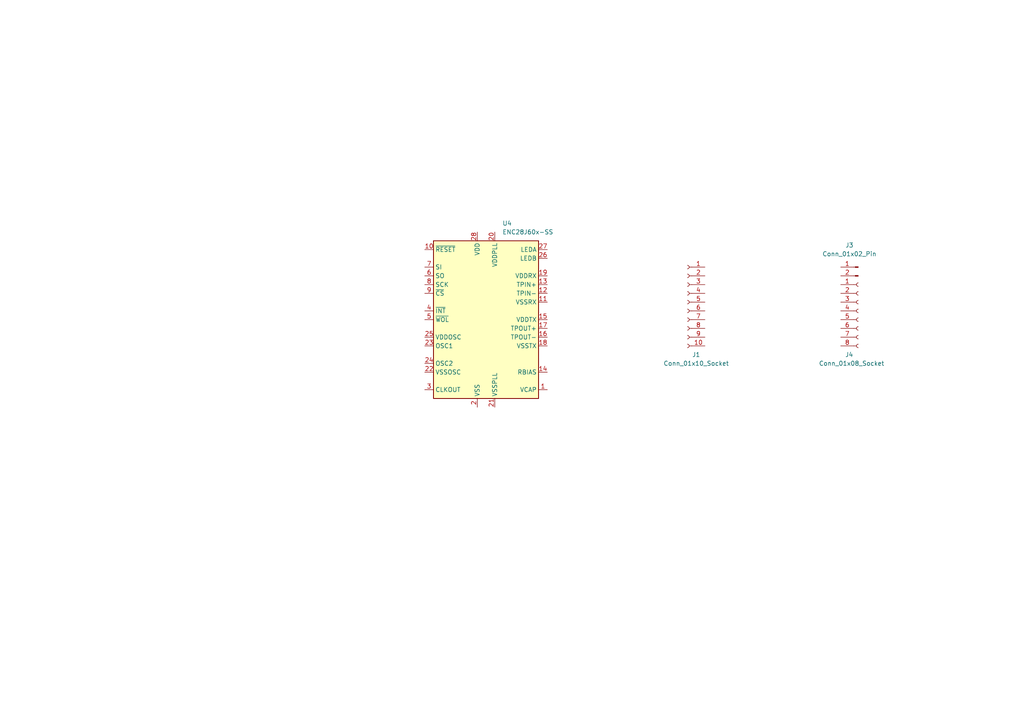
<source format=kicad_sch>
(kicad_sch (version 20230121) (generator eeschema)
  (paper "A4")
  (lib_symbols
    (symbol "Connector:Conn_01x02_Pin" (pin_names (offset 1.016) hide)
      (property "Reference" "J" (at 0 2.54 0))
      (property "Value" "Conn_01x02_Pin" (at 0 -5.08 0))
      (symbol "Conn_01x02_Pin_1_1"
        (polyline (pts (xy 1.27 -2.54) (xy 0.8636 -2.54)) (stroke (width 0.1524)))
        (polyline (pts (xy 1.27 0) (xy 0.8636 0)) (stroke (width 0.1524)))
        (rectangle (start 0.8636 -2.413) (end 0 -2.667) (stroke (width 0.1524)) (fill (type outline)))
        (rectangle (start 0.8636 0.127) (end 0 -0.127) (stroke (width 0.1524)) (fill (type outline)))
        (pin passive line (at 5.08 0 180) (length 3.81) (name "Pin_1") (number "1"))
        (pin passive line (at 5.08 -2.54 180) (length 3.81) (name "Pin_2") (number "2"))
      )
    )
    (symbol "Connector:Conn_01x08_Socket" (pin_names (offset 1.016) hide)
      (property "Reference" "J" (at 0 10.16 0))
      (property "Value" "Conn_01x08_Socket" (at 0 -12.7 0))
      (symbol "Conn_01x08_Socket_1_1"
        (arc (start 0 -9.652) (mid -0.5058 -10.16) (end 0 -10.668) (stroke (width 0.1524)))
        (arc (start 0 -7.112) (mid -0.5058 -7.62) (end 0 -8.128) (stroke (width 0.1524)))
        (arc (start 0 -4.572) (mid -0.5058 -5.08) (end 0 -5.588) (stroke (width 0.1524)))
        (arc (start 0 -2.032) (mid -0.5058 -2.54) (end 0 -3.048) (stroke (width 0.1524)))
        (polyline (pts (xy -1.27 -10.16) (xy -0.508 -10.16)) (stroke (width 0.1524)))
        (polyline (pts (xy -1.27 -7.62) (xy -0.508 -7.62)) (stroke (width 0.1524)))
        (polyline (pts (xy -1.27 -5.08) (xy -0.508 -5.08)) (stroke (width 0.1524)))
        (polyline (pts (xy -1.27 -2.54) (xy -0.508 -2.54)) (stroke (width 0.1524)))
        (polyline (pts (xy -1.27 0) (xy -0.508 0)) (stroke (width 0.1524)))
        (polyline (pts (xy -1.27 2.54) (xy -0.508 2.54)) (stroke (width 0.1524)))
        (polyline (pts (xy -1.27 5.08) (xy -0.508 5.08)) (stroke (width 0.1524)))
        (polyline (pts (xy -1.27 7.62) (xy -0.508 7.62)) (stroke (width 0.1524)))
        (arc (start 0 0.508) (mid -0.5058 0) (end 0 -0.508) (stroke (width 0.1524)))
        (arc (start 0 3.048) (mid -0.5058 2.54) (end 0 2.032) (stroke (width 0.1524)))
        (arc (start 0 5.588) (mid -0.5058 5.08) (end 0 4.572) (stroke (width 0.1524)))
        (arc (start 0 8.128) (mid -0.5058 7.62) (end 0 7.112) (stroke (width 0.1524)))
        (pin passive line (at -5.08 7.62 0) (length 3.81) (name "Pin_1") (number "1"))
        (pin passive line (at -5.08 5.08 0) (length 3.81) (name "Pin_2") (number "2"))
        (pin passive line (at -5.08 2.54 0) (length 3.81) (name "Pin_3") (number "3"))
        (pin passive line (at -5.08 0 0) (length 3.81) (name "Pin_4") (number "4"))
        (pin passive line (at -5.08 -2.54 0) (length 3.81) (name "Pin_5") (number "5"))
        (pin passive line (at -5.08 -5.08 0) (length 3.81) (name "Pin_6") (number "6"))
        (pin passive line (at -5.08 -7.62 0) (length 3.81) (name "Pin_7") (number "7"))
        (pin passive line (at -5.08 -10.16 0) (length 3.81) (name "Pin_8") (number "8"))
      )
    )
    (symbol "Connector:Conn_01x10_Socket" (pin_names (offset 1.016) hide)
      (property "Reference" "J" (at 0 12.7 0))
      (property "Value" "Conn_01x10_Socket" (at 0 -15.24 0))
      (symbol "Conn_01x10_Socket_1_1"
        (arc (start 0 -12.192) (mid -0.5058 -12.7) (end 0 -13.208) (stroke (width 0.1524)))
        (arc (start 0 -9.652) (mid -0.5058 -10.16) (end 0 -10.668) (stroke (width 0.1524)))
        (arc (start 0 -7.112) (mid -0.5058 -7.62) (end 0 -8.128) (stroke (width 0.1524)))
        (arc (start 0 -4.572) (mid -0.5058 -5.08) (end 0 -5.588) (stroke (width 0.1524)))
        (arc (start 0 -2.032) (mid -0.5058 -2.54) (end 0 -3.048) (stroke (width 0.1524)))
        (polyline (pts (xy -1.27 -12.7) (xy -0.508 -12.7)) (stroke (width 0.1524)))
        (polyline (pts (xy -1.27 -10.16) (xy -0.508 -10.16)) (stroke (width 0.1524)))
        (polyline (pts (xy -1.27 -7.62) (xy -0.508 -7.62)) (stroke (width 0.1524)))
        (polyline (pts (xy -1.27 -5.08) (xy -0.508 -5.08)) (stroke (width 0.1524)))
        (polyline (pts (xy -1.27 -2.54) (xy -0.508 -2.54)) (stroke (width 0.1524)))
        (polyline (pts (xy -1.27 0) (xy -0.508 0)) (stroke (width 0.1524)))
        (polyline (pts (xy -1.27 2.54) (xy -0.508 2.54)) (stroke (width 0.1524)))
        (polyline (pts (xy -1.27 5.08) (xy -0.508 5.08)) (stroke (width 0.1524)))
        (polyline (pts (xy -1.27 7.62) (xy -0.508 7.62)) (stroke (width 0.1524)))
        (polyline (pts (xy -1.27 10.16) (xy -0.508 10.16)) (stroke (width 0.1524)))
        (arc (start 0 0.508) (mid -0.5058 0) (end 0 -0.508) (stroke (width 0.1524)))
        (arc (start 0 3.048) (mid -0.5058 2.54) (end 0 2.032) (stroke (width 0.1524)))
        (arc (start 0 5.588) (mid -0.5058 5.08) (end 0 4.572) (stroke (width 0.1524)))
        (arc (start 0 8.128) (mid -0.5058 7.62) (end 0 7.112) (stroke (width 0.1524)))
        (arc (start 0 10.668) (mid -0.5058 10.16) (end 0 9.652) (stroke (width 0.1524)))
        (pin passive line (at -5.08 10.16 0) (length 3.81) (name "Pin_1") (number "1"))
        (pin passive line (at -5.08 -12.7 0) (length 3.81) (name "Pin_10") (number "10"))
        (pin passive line (at -5.08 7.62 0) (length 3.81) (name "Pin_2") (number "2"))
        (pin passive line (at -5.08 5.08 0) (length 3.81) (name "Pin_3") (number "3"))
        (pin passive line (at -5.08 2.54 0) (length 3.81) (name "Pin_4") (number "4"))
        (pin passive line (at -5.08 0 0) (length 3.81) (name "Pin_5") (number "5"))
        (pin passive line (at -5.08 -2.54 0) (length 3.81) (name "Pin_6") (number "6"))
        (pin passive line (at -5.08 -5.08 0) (length 3.81) (name "Pin_7") (number "7"))
        (pin passive line (at -5.08 -7.62 0) (length 3.81) (name "Pin_8") (number "8"))
        (pin passive line (at -5.08 -10.16 0) (length 3.81) (name "Pin_9") (number "9"))
      )
    )
    (symbol "Interface_Ethernet:ENC28J60x-SS"
      (property "Reference" "U" (at -13.97 24.13 0))
      (property "Value" "ENC28J60x-SS" (at 5.08 24.13 0))
      (symbol "ENC28J60x-SS_0_1"
        (rectangle (start -15.24 22.86) (end 15.24 -22.86) (stroke (width 0.254)) (fill (type background)))
      )
      (symbol "ENC28J60x-SS_1_1"
        (pin input line (at 17.78 -20.32 180) (length 2.54) (name "VCAP") (number "1"))
        (pin input line (at -17.78 20.32 0) (length 2.54) (name "~{RESET}") (number "10"))
        (pin power_in line (at 17.78 5.08 180) (length 2.54) (name "VSSRX") (number "11"))
        (pin input line (at 17.78 7.62 180) (length 2.54) (name "TPIN-") (number "12"))
        (pin input line (at 17.78 10.16 180) (length 2.54) (name "TPIN+") (number "13"))
        (pin input line (at 17.78 -15.24 180) (length 2.54) (name "RBIAS") (number "14"))
        (pin power_in line (at 17.78 0 180) (length 2.54) (name "VDDTX") (number "15"))
        (pin output line (at 17.78 -5.08 180) (length 2.54) (name "TPOUT-") (number "16"))
        (pin output line (at 17.78 -2.54 180) (length 2.54) (name "TPOUT+") (number "17"))
        (pin power_in line (at 17.78 -7.62 180) (length 2.54) (name "VSSTX") (number "18"))
        (pin power_in line (at 17.78 12.7 180) (length 2.54) (name "VDDRX") (number "19"))
        (pin power_in line (at -2.54 -25.4 90) (length 2.54) (name "VSS") (number "2"))
        (pin power_in line (at 2.54 25.4 270) (length 2.54) (name "VDDPLL") (number "20"))
        (pin power_in line (at 2.54 -25.4 90) (length 2.54) (name "VSSPLL") (number "21"))
        (pin power_in line (at -17.78 -15.24 0) (length 2.54) (name "VSSOSC") (number "22"))
        (pin input line (at -17.78 -7.62 0) (length 2.54) (name "OSC1") (number "23"))
        (pin input line (at -17.78 -12.7 0) (length 2.54) (name "OSC2") (number "24"))
        (pin power_in line (at -17.78 -5.08 0) (length 2.54) (name "VDDOSC") (number "25"))
        (pin output line (at 17.78 17.78 180) (length 2.54) (name "LEDB") (number "26"))
        (pin output line (at 17.78 20.32 180) (length 2.54) (name "LEDA") (number "27"))
        (pin power_in line (at -2.54 25.4 270) (length 2.54) (name "VDD") (number "28"))
        (pin output line (at -17.78 -20.32 0) (length 2.54) (name "CLKOUT") (number "3"))
        (pin output line (at -17.78 2.54 0) (length 2.54) (name "~{INT}") (number "4"))
        (pin output line (at -17.78 0 0) (length 2.54) (name "~{WOL}") (number "5"))
        (pin output line (at -17.78 12.7 0) (length 2.54) (name "SO") (number "6"))
        (pin input line (at -17.78 15.24 0) (length 2.54) (name "SI") (number "7"))
        (pin input line (at -17.78 10.16 0) (length 2.54) (name "SCK") (number "8"))
        (pin input line (at -17.78 7.62 0) (length 2.54) (name "~{CS}") (number "9"))
      )
    )
  )
  (symbol (lib_id "Connector:Conn_01x08_Socket") (at 248.92 90.17 0) (unit 1)
    (property "Reference" "J4" (at 245.11 102.87 0) (effects (justify left)))
    (property "Value" "Conn_01x08_Socket" (at 237.49 105.41 0) (effects (justify left)))
    (property "Footprint" "Connector_PinSocket_2.00mm:PinSocket_1x08_P2.00mm_Vertical" (effects hide))
  )
  (symbol (lib_id "Connector:Conn_01x10_Socket") (at 199.39 87.63 0) (mirror y) (unit 1)
    (property "Reference" "J1" (at 201.93 102.87 0))
    (property "Value" "Conn_01x10_Socket" (at 201.93 105.41 0))
    (property "Footprint" "Connector_PinSocket_2.00mm:PinSocket_1x10_P2.00mm_Vertical" (effects hide))
  )
  (symbol (lib_id "Connector:Conn_01x02_Pin") (at 248.92 77.47 0) (mirror y) (unit 1)
    (property "Reference" "J3" (at 246.38 71.12 0))
    (property "Value" "Conn_01x02_Pin" (at 246.38 73.66 0))
    (property "Footprint" "Connector_PinHeader_2.00mm:PinHeader_1x02_P2.00mm_Vertical" (effects hide))
  )
  (symbol (lib_id "Interface_Ethernet:ENC28J60x-SS") (at 140.97 92.71 0) (unit 1)
    (property "Reference" "U4" (at 145.7041 64.77 0) (effects (justify left)))
    (property "Value" "ENC28J60x-SS" (at 145.7041 67.31 0) (effects (justify left)))
    (property "Footprint" "Package_SO:SSOP-28_5.3x10.2mm_P0.65mm" (effects hide))
    (property "Datasheet" "http://ww1.microchip.com/downloads/en/devicedoc/39662e.pdf" (effects hide))
  )
)
</source>
